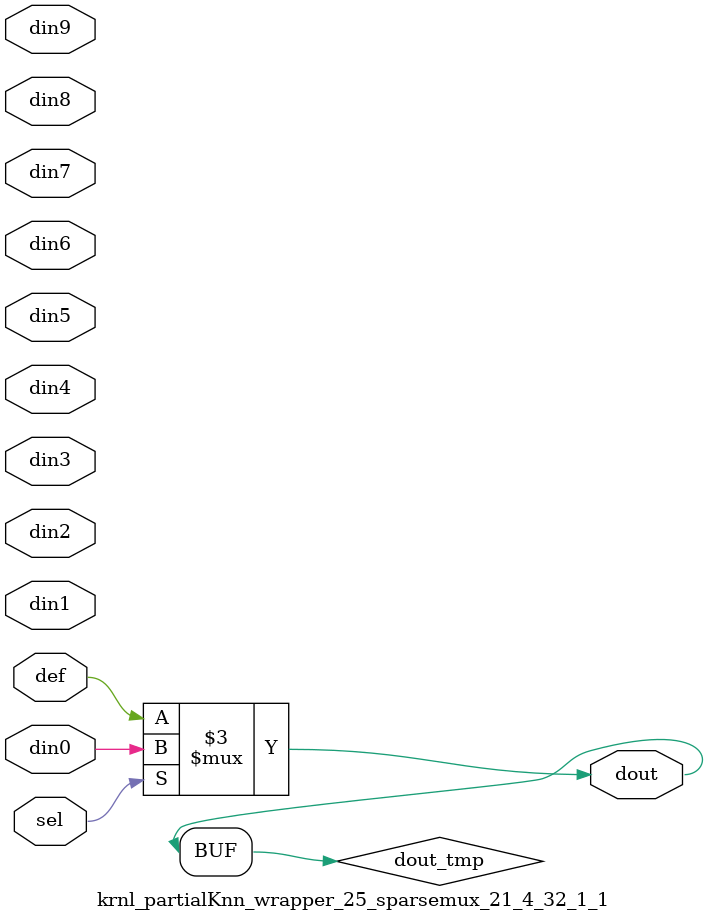
<source format=v>
`timescale 1ns / 1ps

module krnl_partialKnn_wrapper_25_sparsemux_21_4_32_1_1 (din0,din1,din2,din3,din4,din5,din6,din7,din8,din9,def,sel,dout);

parameter din0_WIDTH = 1;

parameter din1_WIDTH = 1;

parameter din2_WIDTH = 1;

parameter din3_WIDTH = 1;

parameter din4_WIDTH = 1;

parameter din5_WIDTH = 1;

parameter din6_WIDTH = 1;

parameter din7_WIDTH = 1;

parameter din8_WIDTH = 1;

parameter din9_WIDTH = 1;

parameter def_WIDTH = 1;
parameter sel_WIDTH = 1;
parameter dout_WIDTH = 1;

parameter [sel_WIDTH-1:0] CASE0 = 1;

parameter [sel_WIDTH-1:0] CASE1 = 1;

parameter [sel_WIDTH-1:0] CASE2 = 1;

parameter [sel_WIDTH-1:0] CASE3 = 1;

parameter [sel_WIDTH-1:0] CASE4 = 1;

parameter [sel_WIDTH-1:0] CASE5 = 1;

parameter [sel_WIDTH-1:0] CASE6 = 1;

parameter [sel_WIDTH-1:0] CASE7 = 1;

parameter [sel_WIDTH-1:0] CASE8 = 1;

parameter [sel_WIDTH-1:0] CASE9 = 1;

parameter ID = 1;
parameter NUM_STAGE = 1;



input [din0_WIDTH-1:0] din0;

input [din1_WIDTH-1:0] din1;

input [din2_WIDTH-1:0] din2;

input [din3_WIDTH-1:0] din3;

input [din4_WIDTH-1:0] din4;

input [din5_WIDTH-1:0] din5;

input [din6_WIDTH-1:0] din6;

input [din7_WIDTH-1:0] din7;

input [din8_WIDTH-1:0] din8;

input [din9_WIDTH-1:0] din9;

input [def_WIDTH-1:0] def;
input [sel_WIDTH-1:0] sel;

output [dout_WIDTH-1:0] dout;



reg [dout_WIDTH-1:0] dout_tmp;

always @ (*) begin
case (sel)
    
    CASE0 : dout_tmp = din0;
    
    CASE1 : dout_tmp = din1;
    
    CASE2 : dout_tmp = din2;
    
    CASE3 : dout_tmp = din3;
    
    CASE4 : dout_tmp = din4;
    
    CASE5 : dout_tmp = din5;
    
    CASE6 : dout_tmp = din6;
    
    CASE7 : dout_tmp = din7;
    
    CASE8 : dout_tmp = din8;
    
    CASE9 : dout_tmp = din9;
    
    default : dout_tmp = def;
endcase
end


assign dout = dout_tmp;



endmodule

</source>
